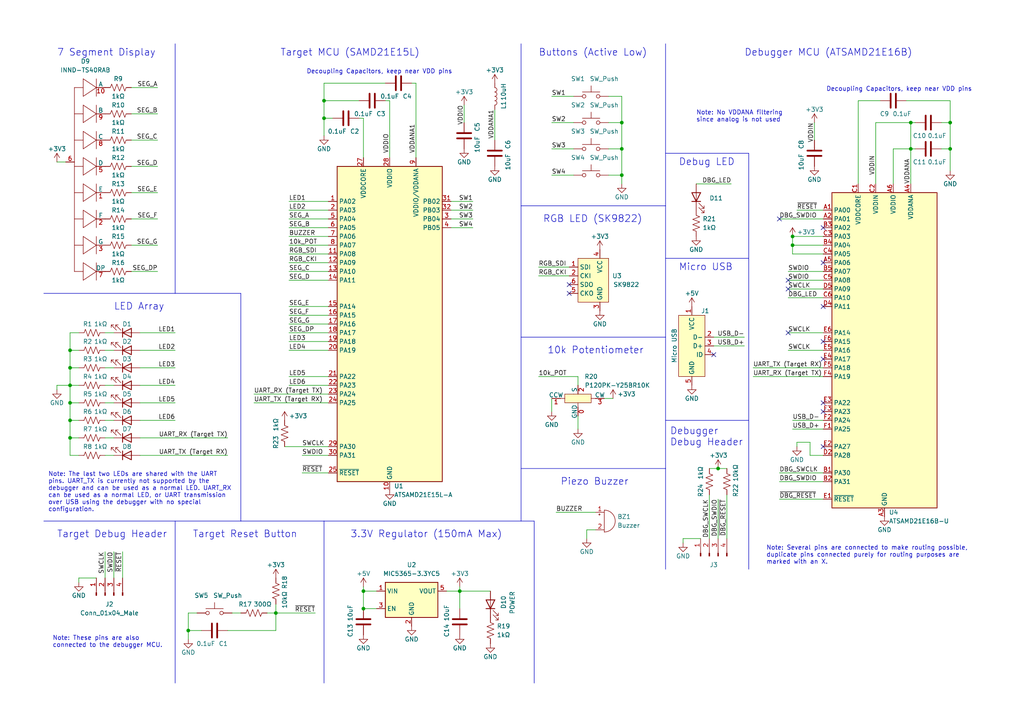
<source format=kicad_sch>
(kicad_sch (version 20230121) (generator eeschema)
  (paper "A4")
  (title_block (title "SAM D21 Playground") (date "2023-02-22") (rev "2.0") (company "Gregory Ling"))
  (lib_symbols
    (symbol "Connector:Conn_01x04_Male" (pin_names (offset 1.016) hide)
      (property "Reference" "J" (at 0 5.08 0))
      (property "Value" "Conn_01x04_Male" (at 0 -7.62 0))
      (symbol "Conn_01x04_Male_1_1"
        (pin passive line (at 5.08 2.54 180) (length 3.81) (name "Pin_1") (number "1"))
        (pin passive line (at 5.08 0 180) (length 3.81) (name "Pin_2") (number "2"))
        (pin passive line (at 5.08 -2.54 180) (length 3.81) (name "Pin_3") (number "3"))
        (pin passive line (at 5.08 -5.08 180) (length 3.81) (name "Pin_4") (number "4"))
      )
    )
    (symbol "CustomParts:ATSAMD21E16B-U"
      (property "Reference" "U4" (at 1.27 -46.99 0))
      (property "Value" "ATSAMD21E16B-U" (at 1.27 -49.53 0))
      (symbol "ATSAMD21E16B-U_1_1"
        (pin bidirectional line (at -17.78 40.64 0) (length 2.54) (name "PA00") (number "A1"))
        (pin bidirectional line (at -17.78 38.1 0) (length 2.54) (name "PA01") (number "A2"))
        (pin power_in line (at 0 -48.26 90) (length 2.54) (name "GND") (number "A3"))
        (pin power_in line (at 7.62 48.26 270) (length 2.54) (name "VDDANA") (number "A4"))
        (pin bidirectional line (at -17.78 25.4 0) (length 2.54) (name "PA06") (number "A5"))
        (pin power_in line (at 2.54 48.26 270) (length 2.54) (name "VDDIO") (number "A6"))
        (pin bidirectional line (at -17.78 -35.56 0) (length 2.54) (name "PA30") (number "B1"))
        (pin bidirectional line (at -17.78 -38.1 0) (length 2.54) (name "PA31") (number "B2"))
        (pin bidirectional line (at -17.78 35.56 0) (length 2.54) (name "PA02") (number "B3"))
        (pin bidirectional line (at -17.78 30.48 0) (length 2.54) (name "PA04") (number "B4"))
        (pin bidirectional line (at -17.78 22.86 0) (length 2.54) (name "PA07") (number "B5"))
        (pin power_out line (at -7.62 48.26 270) (length 2.54) (name "VDDCORE") (number "C1"))
        (pin power_in line (at -2.54 48.26 270) (length 2.54) (name "VDDIN") (number "C2"))
        (pin bidirectional line (at -17.78 33.02 0) (length 2.54) (name "PA03") (number "C3"))
        (pin bidirectional line (at -17.78 27.94 0) (length 2.54) (name "PA05") (number "C4"))
        (pin bidirectional line (at -17.78 20.32 0) (length 2.54) (name "PA08") (number "C5"))
        (pin bidirectional line (at -17.78 15.24 0) (length 2.54) (name "PA10") (number "C6"))
        (pin bidirectional line (at -17.78 -30.48 0) (length 2.54) (name "PA28") (number "D2"))
        (pin bidirectional line (at -17.78 12.7 0) (length 2.54) (name "PA11") (number "D4"))
        (pin bidirectional line (at -17.78 17.78 0) (length 2.54) (name "PA09") (number "D5"))
        (pin input line (at -17.78 -43.18 0) (length 2.54) (name "~{RESET}") (number "E1"))
        (pin bidirectional line (at -17.78 -27.94 0) (length 2.54) (name "PA27") (number "E2"))
        (pin bidirectional line (at -17.78 -15.24 0) (length 2.54) (name "PA22") (number "E3"))
        (pin bidirectional line (at -17.78 -2.54 0) (length 2.54) (name "PA17") (number "E4"))
        (pin bidirectional line (at -17.78 0 0) (length 2.54) (name "PA16") (number "E5"))
        (pin bidirectional line (at -17.78 5.08 0) (length 2.54) (name "PA14") (number "E6"))
        (pin bidirectional line (at -17.78 -22.86 0) (length 2.54) (name "PA25") (number "F1"))
        (pin bidirectional line (at -17.78 -20.32 0) (length 2.54) (name "PA24") (number "F2"))
        (pin bidirectional line (at -17.78 -17.78 0) (length 2.54) (name "PA23") (number "F3"))
        (pin bidirectional line (at -17.78 -7.62 0) (length 2.54) (name "PA19") (number "F4"))
        (pin bidirectional line (at -17.78 -5.08 0) (length 2.54) (name "PA18") (number "F5"))
        (pin bidirectional line (at -17.78 2.54 0) (length 2.54) (name "PA15") (number "F6"))
        (pin passive line (at 0 -48.26 90) (length 2.54) hide (name "GND") (number "G"))
      )
    )
    (symbol "CustomParts:INND-TS40RAB" (pin_names (offset 0))
      (property "Reference" "D?" (at -4.445 1.27 0))
      (property "Value" "INND-TS40RAB" (at -4.445 -1.27 0))
      (symbol "INND-TS40RAB_1_1"
        (pin passive line (at 1.27 -36.83 180) (length 2.54) (name "E") (number "1"))
        (pin passive line (at 1.27 -6.35 180) (length 2.54) (name "A") (number "10"))
        (pin passive line (at 1.27 -44.45 180) (length 2.54) (name "F") (number "2"))
        (pin passive line (at 1.27 -52.07 180) (length 2.54) (name "G") (number "3"))
        (pin passive line (at 1.27 -29.21 180) (length 2.54) (name "D") (number "5"))
        (pin passive line (at -10.16 -27.94 0) (length 2.54) (name "") (number "6"))
        (pin passive line (at 1.27 -59.69 180) (length 2.54) (name "DP") (number "7"))
        (pin passive line (at 1.27 -21.59 180) (length 2.54) (name "C") (number "8"))
        (pin passive line (at 1.27 -13.97 180) (length 2.54) (name "B") (number "9"))
      )
    )
    (symbol "CustomParts:Micro USB"
      (property "Reference" "J1" (at -5.08 -10.1599 0))
      (property "Value" "Micro USB" (at -5.08 -12.6999 0))
      (symbol "Micro USB_1_1"
        (pin power_out line (at 0 0 270) (length 2.54) (name "VCC") (number "1"))
        (pin passive line (at 6.35 -8.89 180) (length 2.54) (name "D-") (number "2"))
        (pin passive line (at 6.35 -11.43 180) (length 2.54) (name "D+") (number "3"))
        (pin passive line (at 6.35 -13.97 180) (length 2.54) (name "ID") (number "4"))
        (pin power_out line (at 0 -22.86 90) (length 2.54) (name "GND") (number "5"))
      )
    )
    (symbol "CustomParts:P120PK-Y25BR10K" (pin_names (offset 0))
      (property "Reference" "R?" (at 1.27 -11.43 0))
      (property "Value" "P120PK-Y25BR10K" (at 1.27 -13.97 0))
      (symbol "P120PK-Y25BR10K_1_1"
        (pin passive line (at 0 -10.16 90) (length 2.54) (name "GND") (number "0"))
        (pin passive line (at -7.62 -5.08 0) (length 2.54) (name "CCW") (number "1"))
        (pin passive line (at 0 -1.27 270) (length 2.54) (name "S") (number "2"))
        (pin passive line (at 7.62 -5.08 180) (length 2.54) (name "CW") (number "3"))
      )
    )
    (symbol "CustomParts:SK9822"
      (property "Reference" "U3" (at 5.08 1.27 0))
      (property "Value" "SK9822" (at 10.16 -1.27 0))
      (symbol "SK9822_1_1"
        (pin passive line (at -10.16 3.81 0) (length 2.54) (name "SDI") (number "1"))
        (pin passive line (at -10.16 1.27 0) (length 2.54) (name "CKI") (number "2"))
        (pin passive line (at -1.27 -8.89 90) (length 2.54) (name "GND") (number "3"))
        (pin passive line (at -1.27 8.89 270) (length 2.54) (name "VCC") (number "4"))
        (pin passive line (at -10.16 -3.81 0) (length 2.54) (name "CKO") (number "5"))
        (pin passive line (at -10.16 -1.27 0) (length 2.54) (name "SDO") (number "6"))
      )
    )
    (symbol "Device:Buzzer" (pin_names (offset 0.0254) hide)
      (property "Reference" "BZ" (at 3.81 1.27 0))
      (property "Value" "Buzzer" (at 3.81 -1.27 0))
      (symbol "Buzzer_1_1"
        (pin passive line (at -2.54 2.54 0) (length 2.54) (name "-") (number "1"))
        (pin passive line (at -2.54 -2.54 0) (length 2.54) (name "+") (number "2"))
      )
    )
    (symbol "Device:C" (pin_numbers hide) (pin_names (offset 0.254))
      (property "Reference" "C" (at 0.635 2.54 0))
      (property "Value" "C" (at 0.635 -2.54 0))
      (symbol "C_1_1"
        (pin passive line (at 0 3.81 270) (length 2.794) (name "~") (number "1"))
        (pin passive line (at 0 -3.81 90) (length 2.794) (name "~") (number "2"))
      )
    )
    (symbol "Device:L" (pin_numbers hide) (pin_names (offset 1.016) hide)
      (property "Reference" "L" (at -1.27 0 90))
      (property "Value" "L" (at 1.905 0 90))
      (symbol "L_1_1"
        (pin passive line (at 0 3.81 270) (length 1.27) (name "1") (number "1"))
        (pin passive line (at 0 -3.81 90) (length 1.27) (name "2") (number "2"))
      )
    )
    (symbol "Device:LED" (pin_numbers hide) (pin_names (offset 1.016) hide)
      (property "Reference" "D" (at 0 2.54 0))
      (property "Value" "LED" (at 0 -2.54 0))
      (symbol "LED_1_1"
        (pin passive line (at -3.81 0 0) (length 2.54) (name "K") (number "1"))
        (pin passive line (at 3.81 0 180) (length 2.54) (name "A") (number "2"))
      )
    )
    (symbol "Device:R_US" (pin_numbers hide) (pin_names (offset 0))
      (property "Reference" "R" (at 2.54 0 90))
      (property "Value" "R_US" (at -2.54 0 90))
      (symbol "R_US_1_1"
        (pin passive line (at 0 3.81 270) (length 1.27) (name "~") (number "1"))
        (pin passive line (at 0 -3.81 90) (length 1.27) (name "~") (number "2"))
      )
    )
    (symbol "MCU_Microchip_SAMD:ATSAMD21E15L-A"
      (property "Reference" "U" (at 0 2.54 0))
      (property "Value" "ATSAMD21E15L-A" (at 0 -2.54 0))
      (symbol "ATSAMD21E15L-A_1_1"
        (pin bidirectional line (at -17.78 35.56 0) (length 2.54) (name "PA02") (number "1"))
        (pin power_in line (at 0 -48.26 90) (length 2.54) (name "GND") (number "10"))
        (pin bidirectional line (at -17.78 20.32 0) (length 2.54) (name "PA08") (number "11"))
        (pin bidirectional line (at -17.78 17.78 0) (length 2.54) (name "PA09") (number "12"))
        (pin bidirectional line (at -17.78 15.24 0) (length 2.54) (name "PA10") (number "13"))
        (pin bidirectional line (at -17.78 12.7 0) (length 2.54) (name "PA11") (number "14"))
        (pin bidirectional line (at -17.78 5.08 0) (length 2.54) (name "PA14") (number "15"))
        (pin bidirectional line (at -17.78 2.54 0) (length 2.54) (name "PA15") (number "16"))
        (pin bidirectional line (at -17.78 0 0) (length 2.54) (name "PA16") (number "17"))
        (pin bidirectional line (at -17.78 -2.54 0) (length 2.54) (name "PA17") (number "18"))
        (pin bidirectional line (at -17.78 -5.08 0) (length 2.54) (name "PA18") (number "19"))
        (pin bidirectional line (at -17.78 33.02 0) (length 2.54) (name "PA03") (number "2"))
        (pin bidirectional line (at -17.78 -7.62 0) (length 2.54) (name "PA19") (number "20"))
        (pin bidirectional line (at -17.78 -15.24 0) (length 2.54) (name "PA22") (number "21"))
        (pin bidirectional line (at -17.78 -17.78 0) (length 2.54) (name "PA23") (number "22"))
        (pin bidirectional line (at -17.78 -20.32 0) (length 2.54) (name "PA24") (number "23"))
        (pin bidirectional line (at -17.78 -22.86 0) (length 2.54) (name "PA25") (number "24"))
        (pin input line (at -17.78 -43.18 0) (length 2.54) (name "~{RESET}") (number "25"))
        (pin passive line (at 0 -48.26 90) (length 2.54) hide (name "GND") (number "26"))
        (pin power_out line (at -7.62 48.26 270) (length 2.54) (name "VDDCORE") (number "27"))
        (pin power_in line (at 0 48.26 270) (length 2.54) (name "VDDIO") (number "28"))
        (pin bidirectional line (at -17.78 -35.56 0) (length 2.54) (name "PA30") (number "29"))
        (pin bidirectional line (at 17.78 30.48 180) (length 2.54) (name "PB04") (number "3"))
        (pin bidirectional line (at -17.78 -38.1 0) (length 2.54) (name "PA31") (number "30"))
        (pin bidirectional line (at 17.78 35.56 180) (length 2.54) (name "PB02") (number "31"))
        (pin bidirectional line (at 17.78 33.02 180) (length 2.54) (name "PB03") (number "32"))
        (pin bidirectional line (at 17.78 27.94 180) (length 2.54) (name "PB05") (number "4"))
        (pin bidirectional line (at -17.78 30.48 0) (length 2.54) (name "PA04") (number "5"))
        (pin bidirectional line (at -17.78 27.94 0) (length 2.54) (name "PA05") (number "6"))
        (pin bidirectional line (at -17.78 25.4 0) (length 2.54) (name "PA06") (number "7"))
        (pin bidirectional line (at -17.78 22.86 0) (length 2.54) (name "PA07") (number "8"))
        (pin power_in line (at 7.62 48.26 270) (length 2.54) (name "VDDIO/VDDANA") (number "9"))
      )
    )
    (symbol "Regulator_Linear:MIC5365-3.3YC5"
      (property "Reference" "U" (at -6.35 6.35 0))
      (property "Value" "MIC5365-3.3YC5" (at 0 6.35 0))
      (symbol "MIC5365-3.3YC5_1_1"
        (pin power_in line (at -10.16 2.54 0) (length 2.54) (name "VIN") (number "1"))
        (pin power_in line (at 0 -7.62 90) (length 2.54) (name "GND") (number "2"))
        (pin input line (at -10.16 -2.54 0) (length 2.54) (name "EN") (number "3"))
        (pin no_connect line (at 7.62 -2.54 180) (length 2.54) hide (name "NC") (number "4"))
        (pin power_out line (at 10.16 2.54 180) (length 2.54) (name "VOUT") (number "5"))
      )
    )
    (symbol "Switch:SW_Push" (pin_numbers hide) (pin_names (offset 1.016) hide)
      (property "Reference" "SW" (at 1.27 2.54 0))
      (property "Value" "SW_Push" (at 0 -1.524 0))
      (symbol "SW_Push_0_1"
        (pin passive line (at -5.08 0 0) (length 2.54) (name "1") (number "1"))
        (pin passive line (at 5.08 0 180) (length 2.54) (name "2") (number "2"))
      )
    )
    (symbol "power:+3.3V" (power) (pin_names (offset 0))
      (property "Value" "+3.3V" (at 0 3.556 0))
      (symbol "+3.3V_1_1"
        (pin power_in line (at 0 0 90) (length 0) hide (name "+3V3") (number "1"))
      )
    )
    (symbol "power:+5V" (power) (pin_names (offset 0))
      (property "Value" "+5V" (at 0 3.556 0))
      (symbol "+5V_1_1"
        (pin power_in line (at 0 0 90) (length 0) hide (name "+5V") (number "1"))
      )
    )
    (symbol "power:GND" (power) (pin_names (offset 0))
      (property "Value" "GND" (at 0 -3.81 0))
      (symbol "GND_1_1"
        (pin power_in line (at 0 0 270) (length 0) hide (name "GND") (number "1"))
      )
    )
  )
  (junction (at 180.34 50.8))
  (junction (at 20.32 121.92))
  (junction (at 93.98 29.21))
  (junction (at 20.32 101.6))
  (junction (at 180.34 35.56))
  (junction (at 229.87 71.12))
  (junction (at 180.34 43.18))
  (junction (at 20.32 111.76))
  (junction (at 105.41 171.45))
  (junction (at 133.35 171.45))
  (junction (at 54.61 182.88))
  (junction (at 229.87 68.58))
  (junction (at 20.32 106.68))
  (junction (at 275.59 35.56))
  (junction (at 80.01 177.8))
  (junction (at 105.41 176.53))
  (junction (at 93.98 34.29))
  (junction (at 264.16 35.56))
  (junction (at 20.32 116.84))
  (junction (at 275.59 43.18))
  (junction (at 20.32 127))
  (junction (at 208.28 135.89))
  (junction (at 264.16 43.18))
  (no_connect (at 238.76 129.54))
  (no_connect (at 238.76 116.84))
  (no_connect (at 238.76 119.38))
  (no_connect (at 238.76 66.04))
  (no_connect (at 238.76 88.9))
  (no_connect (at 238.76 99.06))
  (no_connect (at 238.76 76.2))
  (no_connect (at 165.1 85.09))
  (no_connect (at 228.6 96.52))
  (no_connect (at 228.6 81.28))
  (no_connect (at 228.6 83.82))
  (no_connect (at 226.06 63.5))
  (no_connect (at 165.1 82.55))
  (no_connect (at 207.01 102.87))
  (no_connect (at 238.76 104.14))
  (polyline (pts (xy 50.8 151.13) (xy 50.8 198.12)))
  (wire (pts (xy 22.86 167.64) (xy 22.86 168.91)))
  (polyline (pts (xy 12.7 151.13) (xy 69.85 151.13)))
  (wire (pts (xy 33.02 116.84) (xy 30.48 116.84)))
  (wire (pts (xy 20.32 127) (xy 20.32 121.92)))
  (wire (pts (xy 57.15 177.8) (xy 54.61 177.8)))
  (wire (pts (xy 83.82 73.66) (xy 95.25 73.66)))
  (wire (pts (xy 254 53.34) (xy 254 35.56)))
  (wire (pts (xy 109.22 171.45) (xy 105.41 171.45)))
  (polyline (pts (xy 93.98 151.13) (xy 93.98 198.12)))
  (wire (pts (xy 105.41 34.29) (xy 105.41 45.72)))
  (wire (pts (xy 27.94 167.64) (xy 22.86 167.64)))
  (wire (pts (xy 228.6 83.82) (xy 238.76 83.82)))
  (wire (pts (xy 226.06 137.16) (xy 238.76 137.16)))
  (wire (pts (xy 40.64 106.68) (xy 50.8 106.68)))
  (polyline (pts (xy 217.17 74.93) (xy 217.17 121.92)))
  (wire (pts (xy 203.2 156.21) (xy 198.12 156.21)))
  (polyline (pts (xy 217.17 121.92) (xy 193.04 121.92)))
  (wire (pts (xy 20.32 101.6) (xy 22.86 101.6)))
  (wire (pts (xy 210.82 143.51) (xy 210.82 156.21)))
  (wire (pts (xy 40.64 116.84) (xy 50.8 116.84)))
  (wire (pts (xy 38.1 40.64) (xy 45.72 40.64)))
  (wire (pts (xy 40.64 121.92) (xy 50.8 121.92)))
  (wire (pts (xy 83.82 93.98) (xy 95.25 93.98)))
  (wire (pts (xy 231.14 60.96) (xy 238.76 60.96)))
  (wire (pts (xy 175.26 115.57) (xy 177.8 115.57)))
  (wire (pts (xy 20.32 111.76) (xy 16.51 111.76)))
  (wire (pts (xy 20.32 111.76) (xy 20.32 106.68)))
  (wire (pts (xy 229.87 121.92) (xy 238.76 121.92)))
  (wire (pts (xy 80.01 175.26) (xy 80.01 177.8)))
  (wire (pts (xy 172.72 153.67) (xy 170.18 153.67)))
  (wire (pts (xy 130.81 60.96) (xy 137.16 60.96)))
  (polyline (pts (xy 193.04 97.79) (xy 193.04 135.89)))
  (wire (pts (xy 77.47 177.8) (xy 80.01 177.8)))
  (wire (pts (xy 120.65 24.13) (xy 120.65 45.72)))
  (polyline (pts (xy 193.04 59.69) (xy 193.04 97.79)))
  (wire (pts (xy 167.64 109.22) (xy 167.64 111.76)))
  (wire (pts (xy 208.28 144.78) (xy 208.28 156.21)))
  (wire (pts (xy 176.53 35.56) (xy 180.34 35.56)))
  (wire (pts (xy 83.82 96.52) (xy 95.25 96.52)))
  (wire (pts (xy 38.1 78.74) (xy 45.72 78.74)))
  (wire (pts (xy 109.22 176.53) (xy 105.41 176.53)))
  (wire (pts (xy 248.92 29.21) (xy 248.92 53.34)))
  (wire (pts (xy 83.82 99.06) (xy 95.25 99.06)))
  (polyline (pts (xy 193.04 74.93) (xy 217.17 74.93)))
  (wire (pts (xy 113.03 29.21) (xy 113.03 45.72)))
  (wire (pts (xy 262.89 29.21) (xy 275.59 29.21)))
  (wire (pts (xy 275.59 29.21) (xy 275.59 35.56)))
  (wire (pts (xy 93.98 24.13) (xy 93.98 29.21)))
  (wire (pts (xy 176.53 50.8) (xy 180.34 50.8)))
  (wire (pts (xy 69.85 177.8) (xy 67.31 177.8)))
  (wire (pts (xy 83.82 60.96) (xy 95.25 60.96)))
  (wire (pts (xy 105.41 176.53) (xy 105.41 171.45)))
  (wire (pts (xy 226.06 139.7) (xy 238.76 139.7)))
  (wire (pts (xy 156.21 80.01) (xy 165.1 80.01)))
  (wire (pts (xy 273.05 43.18) (xy 275.59 43.18)))
  (wire (pts (xy 238.76 132.08) (xy 234.95 132.08)))
  (wire (pts (xy 228.6 101.6) (xy 238.76 101.6)))
  (wire (pts (xy 104.14 34.29) (xy 105.41 34.29)))
  (wire (pts (xy 40.64 111.76) (xy 50.8 111.76)))
  (wire (pts (xy 119.38 24.13) (xy 120.65 24.13)))
  (wire (pts (xy 133.35 171.45) (xy 133.35 176.53)))
  (wire (pts (xy 38.1 55.88) (xy 45.72 55.88)))
  (wire (pts (xy 229.87 68.58) (xy 238.76 68.58)))
  (wire (pts (xy 80.01 177.8) (xy 91.44 177.8)))
  (wire (pts (xy 83.82 68.58) (xy 95.25 68.58)))
  (wire (pts (xy 218.44 109.22) (xy 238.76 109.22)))
  (wire (pts (xy 208.28 135.89) (xy 210.82 135.89)))
  (wire (pts (xy 20.32 132.08) (xy 20.32 127)))
  (wire (pts (xy 229.87 71.12) (xy 238.76 71.12)))
  (wire (pts (xy 156.21 77.47) (xy 165.1 77.47)))
  (wire (pts (xy 66.04 132.08) (xy 40.64 132.08)))
  (wire (pts (xy 33.02 127) (xy 30.48 127)))
  (wire (pts (xy 83.82 81.28) (xy 95.25 81.28)))
  (wire (pts (xy 93.98 29.21) (xy 93.98 34.29)))
  (wire (pts (xy 83.82 88.9) (xy 95.25 88.9)))
  (wire (pts (xy 170.18 153.67) (xy 170.18 156.21)))
  (wire (pts (xy 176.53 27.94) (xy 180.34 27.94)))
  (polyline (pts (xy 151.13 97.79) (xy 193.04 97.79)))
  (wire (pts (xy 160.02 115.57) (xy 160.02 119.38)))
  (wire (pts (xy 142.24 171.45) (xy 133.35 171.45)))
  (wire (pts (xy 83.82 111.76) (xy 95.25 111.76)))
  (wire (pts (xy 212.09 53.34) (xy 201.93 53.34)))
  (wire (pts (xy 275.59 43.18) (xy 275.59 49.53)))
  (wire (pts (xy 205.74 143.51) (xy 205.74 156.21)))
  (wire (pts (xy 134.62 30.48) (xy 134.62 35.56)))
  (polyline (pts (xy 50.8 12.7) (xy 50.8 85.09)))
  (wire (pts (xy 83.82 101.6) (xy 95.25 101.6)))
  (wire (pts (xy 20.32 106.68) (xy 22.86 106.68)))
  (wire (pts (xy 160.02 35.56) (xy 166.37 35.56)))
  (wire (pts (xy 83.82 66.04) (xy 95.25 66.04)))
  (wire (pts (xy 205.74 135.89) (xy 208.28 135.89)))
  (wire (pts (xy 35.56 160.02) (xy 35.56 167.64)))
  (wire (pts (xy 111.76 29.21) (xy 113.03 29.21)))
  (wire (pts (xy 229.87 71.12) (xy 229.87 73.66)))
  (wire (pts (xy 38.1 48.26) (xy 45.72 48.26)))
  (wire (pts (xy 215.9 100.33) (xy 207.01 100.33)))
  (wire (pts (xy 160.02 50.8) (xy 166.37 50.8)))
  (wire (pts (xy 38.1 25.4) (xy 45.72 25.4)))
  (wire (pts (xy 228.6 81.28) (xy 238.76 81.28)))
  (wire (pts (xy 83.82 109.22) (xy 95.25 109.22)))
  (wire (pts (xy 33.02 106.68) (xy 30.48 106.68)))
  (wire (pts (xy 129.54 171.45) (xy 133.35 171.45)))
  (wire (pts (xy 16.51 46.99) (xy 19.05 46.99)))
  (wire (pts (xy 33.02 101.6) (xy 30.48 101.6)))
  (polyline (pts (xy 69.85 151.13) (xy 69.85 85.09)))
  (wire (pts (xy 130.81 58.42) (xy 137.16 58.42)))
  (wire (pts (xy 259.08 43.18) (xy 259.08 53.34)))
  (polyline (pts (xy 217.17 44.45) (xy 193.04 44.45)))
  (wire (pts (xy 73.66 114.3) (xy 95.25 114.3)))
  (wire (pts (xy 259.08 43.18) (xy 264.16 43.18)))
  (wire (pts (xy 275.59 35.56) (xy 275.59 43.18)))
  (wire (pts (xy 83.82 63.5) (xy 95.25 63.5)))
  (wire (pts (xy 226.06 63.5) (xy 238.76 63.5)))
  (wire (pts (xy 180.34 43.18) (xy 180.34 50.8)))
  (wire (pts (xy 167.64 120.65) (xy 167.64 124.46)))
  (wire (pts (xy 82.55 129.54) (xy 95.25 129.54)))
  (wire (pts (xy 160.02 43.18) (xy 166.37 43.18)))
  (wire (pts (xy 176.53 43.18) (xy 180.34 43.18)))
  (polyline (pts (xy 193.04 135.89) (xy 193.04 165.1)))
  (wire (pts (xy 255.27 29.21) (xy 248.92 29.21)))
  (wire (pts (xy 143.51 31.75) (xy 143.51 40.64)))
  (wire (pts (xy 229.87 124.46) (xy 238.76 124.46)))
  (wire (pts (xy 33.02 132.08) (xy 30.48 132.08)))
  (polyline (pts (xy 151.13 12.7) (xy 151.13 151.13)))
  (wire (pts (xy 111.76 24.13) (xy 93.98 24.13)))
  (wire (pts (xy 20.32 116.84) (xy 22.86 116.84)))
  (wire (pts (xy 20.32 121.92) (xy 22.86 121.92)))
  (wire (pts (xy 180.34 35.56) (xy 180.34 43.18)))
  (wire (pts (xy 93.98 39.37) (xy 93.98 34.29)))
  (wire (pts (xy 87.63 137.16) (xy 95.25 137.16)))
  (wire (pts (xy 80.01 182.88) (xy 80.01 177.8)))
  (polyline (pts (xy 69.85 85.09) (xy 50.8 85.09)))
  (wire (pts (xy 234.95 132.08) (xy 234.95 128.27)))
  (wire (pts (xy 105.41 171.45) (xy 105.41 170.18)))
  (polyline (pts (xy 217.17 74.93) (xy 217.17 44.45)))
  (wire (pts (xy 264.16 35.56) (xy 265.43 35.56)))
  (wire (pts (xy 160.02 27.94) (xy 166.37 27.94)))
  (wire (pts (xy 83.82 71.12) (xy 95.25 71.12)))
  (wire (pts (xy 273.05 35.56) (xy 275.59 35.56)))
  (wire (pts (xy 54.61 182.88) (xy 58.42 182.88)))
  (wire (pts (xy 83.82 91.44) (xy 95.25 91.44)))
  (wire (pts (xy 20.32 116.84) (xy 20.32 111.76)))
  (wire (pts (xy 236.22 35.56) (xy 236.22 40.64)))
  (wire (pts (xy 215.9 97.79) (xy 207.01 97.79)))
  (wire (pts (xy 40.64 101.6) (xy 50.8 101.6)))
  (polyline (pts (xy 12.7 85.09) (xy 50.8 85.09)))
  (wire (pts (xy 231.14 128.27) (xy 231.14 129.54)))
  (polyline (pts (xy 154.94 151.13) (xy 154.94 198.12)))
  (wire (pts (xy 33.02 160.02) (xy 33.02 167.64)))
  (wire (pts (xy 38.1 33.02) (xy 45.72 33.02)))
  (wire (pts (xy 130.81 63.5) (xy 137.16 63.5)))
  (wire (pts (xy 254 35.56) (xy 264.16 35.56)))
  (wire (pts (xy 38.1 71.12) (xy 45.72 71.12)))
  (wire (pts (xy 20.32 101.6) (xy 20.32 96.52)))
  (wire (pts (xy 156.21 109.22) (xy 167.64 109.22)))
  (wire (pts (xy 20.32 121.92) (xy 20.32 116.84)))
  (wire (pts (xy 20.32 111.76) (xy 22.86 111.76)))
  (wire (pts (xy 66.04 127) (xy 40.64 127)))
  (wire (pts (xy 229.87 68.58) (xy 229.87 71.12)))
  (wire (pts (xy 16.51 111.76) (xy 16.51 113.03)))
  (wire (pts (xy 264.16 43.18) (xy 265.43 43.18)))
  (wire (pts (xy 33.02 96.52) (xy 30.48 96.52)))
  (wire (pts (xy 83.82 58.42) (xy 95.25 58.42)))
  (wire (pts (xy 228.6 96.52) (xy 238.76 96.52)))
  (wire (pts (xy 104.14 29.21) (xy 93.98 29.21)))
  (wire (pts (xy 226.06 144.78) (xy 238.76 144.78)))
  (wire (pts (xy 130.81 66.04) (xy 137.16 66.04)))
  (wire (pts (xy 180.34 27.94) (xy 180.34 35.56)))
  (polyline (pts (xy 193.04 12.7) (xy 193.04 59.69)))
  (wire (pts (xy 30.48 160.02) (xy 30.48 167.64)))
  (wire (pts (xy 20.32 96.52) (xy 22.86 96.52)))
  (wire (pts (xy 40.64 96.52) (xy 50.8 96.52)))
  (wire (pts (xy 54.61 177.8) (xy 54.61 182.88)))
  (wire (pts (xy 22.86 132.08) (xy 20.32 132.08)))
  (wire (pts (xy 264.16 35.56) (xy 264.16 43.18)))
  (wire (pts (xy 228.6 78.74) (xy 238.76 78.74)))
  (wire (pts (xy 93.98 34.29) (xy 96.52 34.29)))
  (polyline (pts (xy 151.13 59.69) (xy 193.04 59.69)))
  (wire (pts (xy 38.1 63.5) (xy 45.72 63.5)))
  (wire (pts (xy 228.6 86.36) (xy 238.76 86.36)))
  (wire (pts (xy 229.87 73.66) (xy 238.76 73.66)))
  (wire (pts (xy 20.32 127) (xy 22.86 127)))
  (wire (pts (xy 180.34 50.8) (xy 180.34 53.34)))
  (polyline (pts (xy 93.98 151.13) (xy 154.94 151.13)))
  (wire (pts (xy 66.04 182.88) (xy 80.01 182.88)))
  (wire (pts (xy 264.16 43.18) (xy 264.16 53.34)))
  (polyline (pts (xy 217.17 121.92) (xy 217.17 165.1)))
  (wire (pts (xy 83.82 78.74) (xy 95.25 78.74)))
  (polyline (pts (xy 69.85 151.13) (xy 93.98 151.13)))
  (wire (pts (xy 83.82 76.2) (xy 95.25 76.2)))
  (wire (pts (xy 20.32 106.68) (xy 20.32 101.6)))
  (wire (pts (xy 54.61 182.88) (xy 54.61 185.42)))
  (wire (pts (xy 33.02 111.76) (xy 30.48 111.76)))
  (wire (pts (xy 234.95 128.27) (xy 231.14 128.27)))
  (wire (pts (xy 133.35 171.45) (xy 133.35 170.18)))
  (wire (pts (xy 33.02 121.92) (xy 30.48 121.92)))
  (wire (pts (xy 73.66 116.84) (xy 95.25 116.84)))
  (wire (pts (xy 218.44 106.68) (xy 238.76 106.68)))
  (polyline (pts (xy 151.13 135.89) (xy 193.04 135.89)))
  (wire (pts (xy 198.12 156.21) (xy 198.12 157.48)))
  (wire (pts (xy 161.29 148.59) (xy 172.72 148.59)))
  (wire (pts (xy 87.63 132.08) (xy 95.25 132.08)))
  (text "3.3V Regulator (150mA Max)" (at 101.6 156.21 0) (effects (font (size 2 2)) (justify left bottom)))
  (text "Target MCU (SAMD21E15L)" (at 81.28 16.51 0) (effects (font (size 2 2)) (justify left bottom)))
  (text "Note: The last two LEDs are shared with the UART \npins. UART_TX is currently not supported by the \ndebugger and can be used as a normal LED. UART_RX \ncan be used as a normal LED, or UART transmission \nover USB using the debugger with no special \nconfiguration." (at 13.97 148.59 0) (effects (font (size 1.27 1.27)) (justify left bottom)))
  (text "Note: Several pins are connected to make routing possible, \nduplicate pins connected purely for routing purposes are\nmarked with an X." (at 222.25 163.83 0) (effects (font (size 1.27 1.27)) (justify left bottom)))
  (text "Micro USB" (at 196.85 78.74 0) (effects (font (size 2 2)) (justify left bottom)))
  (text "Debugger MCU (ATSAMD21E16B)" (at 215.9 16.51 0) (effects (font (size 2 2)) (justify left bottom)))
  (text "Target Debug Header" (at 16.51 156.21 0) (effects (font (size 2 2)) (justify left bottom)))
  (text "Decoupling Capacitors, keep near VDD pins" (at 281.94 26.67 0) (effects (font (size 1.27 1.27)) (justify right bottom)))
  (text "Debug LED\n" (at 196.85 48.26 0) (effects (font (size 2 2)) (justify left bottom)))
  (text "LED Array" (at 33.02 90.17 0) (effects (font (size 2 2)) (justify left bottom)))
  (text "Piezo Buzzer" (at 162.56 140.97 0) (effects (font (size 2 2)) (justify left bottom)))
  (text "Debugger\nDebug Header" (at 194.31 129.54 0) (effects (font (size 2 2)) (justify left bottom)))
  (text "Decoupling Capacitors, keep near VDD pins" (at 88.9 21.59 0) (effects (font (size 1.27 1.27)) (justify left bottom)))
  (text "RGB LED (SK9822)" (at 157.48 64.77 0) (effects (font (size 2 2)) (justify left bottom)))
  (text "Note: These pins are also \nconnected to the debugger MCU." (at 15.24 187.96 0) (effects (font (size 1.27 1.27)) (justify left bottom)))
  (text "10k Potentiometer" (at 158.75 102.87 0) (effects (font (size 2 2)) (justify left bottom)))
  (text "Buttons (Active Low)" (at 156.21 16.51 0) (effects (font (size 2 2)) (justify left bottom)))
  (text "7 Segment Display" (at 16.51 16.51 0) (effects (font (size 2 2)) (justify left bottom)))
  (text "Target Reset Button" (at 55.88 156.21 0) (effects (font (size 2 2)) (justify left bottom)))
  (text "Note: No VDDANA filtering\nsince analog is not used" (at 201.93 35.56 0) (effects (font (size 1.27 1.27)) (justify left bottom)))
  (label "LED2" (at 50.8 101.6 180))
  (label "SEG_A" (at 45.72 25.4 180))
  (label "LED3" (at 83.82 99.06 0))
  (label "SEG_E" (at 83.82 88.9 0))
  (label "SWDIO" (at 33.02 160.02 270))
  (label "SEG_E" (at 45.72 55.88 180))
  (label "SW1" (at 137.16 58.42 180))
  (label "VDDIN" (at 254 50.8 90))
  (label "SW4" (at 137.16 66.04 180))
  (label "LED5" (at 83.82 109.22 0))
  (label "SEG_F" (at 45.72 63.5 180))
  (label "LED6" (at 83.82 111.76 0))
  (label "UART_TX (Target RX)" (at 218.44 106.68 0))
  (label "SEG_D" (at 45.72 48.26 180))
  (label "SEG_B" (at 83.82 66.04 0))
  (label "RGB_CKI" (at 83.82 76.2 0))
  (label "DBG_SWDIO" (at 226.06 63.5 0))
  (label "SWDIO" (at 228.6 81.28 0))
  (label "VDDANA1" (at 143.51 31.75 270))
  (label "USB_D+" (at 229.87 124.46 0))
  (label "SW3" (at 160.02 43.18 0))
  (label "10k_POT" (at 156.21 109.22 0))
  (label "SW2" (at 160.02 35.56 0))
  (label "DBG_SWCLK" (at 205.74 144.78 270))
  (label "SEG_C" (at 83.82 78.74 0))
  (label "LED5" (at 50.8 116.84 180))
  (label "DBG_SWDIO" (at 226.06 139.7 0))
  (label "10k_POT" (at 83.82 71.12 0))
  (label "BUZZER" (at 83.82 68.58 0))
  (label "DBG_LED" (at 212.09 53.34 180))
  (label "SEG_D" (at 83.82 81.28 0))
  (label "USB_D-" (at 229.87 121.92 0))
  (label "DBG_SWCLK" (at 226.06 137.16 0))
  (label "LED4" (at 50.8 111.76 180))
  (label "SW4" (at 160.02 50.8 0))
  (label "RGB_SDI" (at 156.21 77.47 0))
  (label "SWCLK" (at 228.6 101.6 0))
  (label "~{RESET}" (at 91.44 177.8 180))
  (label "SEG_F" (at 83.82 91.44 0))
  (label "SEG_DP" (at 45.72 78.74 180))
  (label "UART_RX (Target TX)" (at 66.04 127 180))
  (label "SW2" (at 137.16 60.96 180))
  (label "SWDIO" (at 228.6 78.74 0))
  (label "~{RESET}" (at 35.56 160.02 270))
  (label "VDDANA" (at 264.16 53.34 90))
  (label "UART_TX (Target RX)" (at 66.04 132.08 180))
  (label "UART_TX (Target RX)" (at 73.66 116.84 0))
  (label "LED2" (at 83.82 60.96 0))
  (label "SW1" (at 160.02 27.94 0))
  (label "VDDANA1" (at 120.65 44.45 90))
  (label "SEG_G" (at 45.72 71.12 180))
  (label "RGB_SDI" (at 83.82 73.66 0))
  (label "BUZZER" (at 161.29 148.59 0))
  (label "UART_RX (Target TX)" (at 73.66 114.3 0))
  (label "~{RESET}" (at 87.63 137.16 0))
  (label "SWCLK" (at 87.63 129.54 0))
  (label "DBG_LED" (at 228.6 86.36 0))
  (label "SWCLK" (at 228.6 96.52 0))
  (label "VDDIN" (at 236.22 35.56 270))
  (label "USB_D+" (at 215.9 100.33 180))
  (label "~{DBG_RESET}" (at 210.82 144.78 270))
  (label "LED3" (at 50.8 106.68 180))
  (label "LED1" (at 83.82 58.42 0))
  (label "SWDIO" (at 87.63 132.08 0))
  (label "LED1" (at 50.8 96.52 180))
  (label "LED4" (at 83.82 101.6 0))
  (label "VDDIO" (at 134.62 30.48 270))
  (label "USB_D-" (at 215.9 97.79 180))
  (label "~{DBG_RESET}" (at 226.06 144.78 0))
  (label "VDDIO" (at 113.03 44.45 90))
  (label "SEG_G" (at 83.82 93.98 0))
  (label "SWCLK" (at 228.6 83.82 0))
  (label "RGB_CKI" (at 156.21 80.01 0))
  (label "SEG_A" (at 83.82 63.5 0))
  (label "SW3" (at 137.16 63.5 180))
  (label "UART_RX (Target TX)" (at 218.44 109.22 0))
  (label "SEG_B" (at 45.72 33.02 180))
  (label "LED6" (at 50.8 121.92 180))
  (label "SEG_C" (at 45.72 40.64 180))
  (label "~{RESET}" (at 231.14 60.96 0))
  (label "DBG_SWDIO" (at 208.28 144.78 270))
  (label "SWCLK" (at 30.48 160.02 270))
  (label "SEG_DP" (at 83.82 96.52 0))
  (symbol (lib_id "power:+3.3V") (at 143.51 24.13 0) (unit 1)
    (property "Reference" "#PWR020" (effects hide))
    (property "Value" "+3.3V" (at 143.51 20.32 0))
  )
  (symbol (lib_id "CustomParts:Micro USB") (at 200.66 88.9 0) (unit 1)
    (property "Reference" "J1" (at 205.74 90.17 0) (effects (justify right)))
    (property "Value" "Micro USB" (at 195.58 95.25 90) (effects (justify right)))
    (property "Footprint" "CustomParts:MCR-B-S-RA-SMT-CS5A-NF-T" (effects hide))
  )
  (symbol (lib_id "power:GND") (at 113.03 142.24 0) (unit 1)
    (property "Reference" "#PWR08" (effects hide))
    (property "Value" "GND" (at 113.03 146.05 0))
  )
  (symbol (lib_id "power:GND") (at 105.41 184.15 0) (unit 1)
    (property "Reference" "#PWR0105" (effects hide))
    (property "Value" "GND" (at 105.41 187.96 0))
  )
  (symbol (lib_id "power:GND") (at 180.34 53.34 0) (unit 1)
    (property "Reference" "#PWR021" (effects hide))
    (property "Value" "GND" (at 180.34 57.15 0))
  )
  (symbol (lib_id "power:+5V") (at 200.66 88.9 0) (unit 1)
    (property "Reference" "#PWR024" (effects hide))
    (property "Value" "+5V" (at 200.66 85.09 0))
  )
  (symbol (lib_id "Device:C") (at 134.62 39.37 0) (unit 1)
    (property "Reference" "C5" (at 138.43 36.83 90))
    (property "Value" "10uF" (at 138.43 41.91 90))
    (property "Footprint" "Capacitor_SMD:C_0603_1608Metric_Pad1.08x0.95mm_HandSolder" (effects hide))
  )
  (symbol (lib_id "Device:R_US") (at 142.24 182.88 0) (unit 1)
    (property "Reference" "R19" (at 146.05 181.61 0))
    (property "Value" "1kΩ" (at 146.05 184.15 0))
    (property "Footprint" "Resistor_SMD:R_0603_1608Metric_Pad0.98x0.95mm_HandSolder" (effects hide))
  )
  (symbol (lib_id "Device:C") (at 269.24 43.18 90) (mirror x) (unit 1)
    (property "Reference" "C11" (at 266.7 46.99 90))
    (property "Value" "0.1uF" (at 271.78 46.99 90))
    (property "Footprint" "Capacitor_SMD:C_0603_1608Metric_Pad1.08x0.95mm_HandSolder" (effects hide))
  )
  (symbol (lib_id "power:GND") (at 231.14 129.54 0) (mirror y) (unit 1)
    (property "Reference" "#PWR0106" (effects hide))
    (property "Value" "GND" (at 231.14 133.35 0))
  )
  (symbol (lib_id "CustomParts:P120PK-Y25BR10K") (at 167.64 110.49 0) (unit 1)
    (property "Reference" "R20" (at 171.45 109.22 0))
    (property "Value" "P120PK-Y25BR10K" (at 179.07 111.76 0))
    (property "Footprint" "CustomParts:P120PK-Y25BR10K" (effects hide))
  )
  (symbol (lib_id "power:+3.3V") (at 133.35 170.18 0) (unit 1)
    (property "Reference" "#PWR012" (effects hide))
    (property "Value" "+3.3V" (at 133.35 166.37 0))
  )
  (symbol (lib_id "power:GND") (at 198.12 157.48 0) (unit 1)
    (property "Reference" "#PWR027" (effects hide))
    (property "Value" "GND" (at 198.12 161.29 0))
  )
  (symbol (lib_id "Device:R_US") (at 26.67 121.92 90) (unit 1)
    (property "Reference" "R6" (at 25.4 119.38 90))
    (property "Value" "1kΩ" (at 29.21 119.38 90))
    (property "Footprint" "Resistor_SMD:R_0603_1608Metric_Pad0.98x0.95mm_HandSolder" (effects hide))
  )
  (symbol (lib_id "Switch:SW_Push") (at 62.23 177.8 0) (unit 1)
    (property "Reference" "SW5" (at 58.42 172.72 0))
    (property "Value" "SW_Push" (at 66.04 172.72 0))
    (property "Footprint" "Button_Switch_THT:SW_PUSH_6mm" (effects hide))
  )
  (symbol (lib_id "power:+3.3V") (at 177.8 115.57 0) (unit 1)
    (property "Reference" "#PWR022" (effects hide))
    (property "Value" "+3.3V" (at 179.07 114.3 0) (effects (justify left)))
  )
  (symbol (lib_id "power:+3.3V") (at 208.28 135.89 0) (unit 1)
    (property "Reference" "#PWR028" (effects hide))
    (property "Value" "+3.3V" (at 205.74 132.08 0) (effects (justify left)))
  )
  (symbol (lib_id "power:GND") (at 275.59 49.53 0) (mirror y) (unit 1)
    (property "Reference" "#PWR031" (effects hide))
    (property "Value" "GND" (at 275.59 53.34 0))
  )
  (symbol (lib_id "MCU_Microchip_SAMD:ATSAMD21E15L-A") (at 113.03 93.98 0) (unit 1)
    (property "Reference" "U1" (at 114.3 140.97 0) (effects (justify left)))
    (property "Value" "ATSAMD21E15L-A" (at 114.3 143.51 0) (effects (justify left)))
    (property "Footprint" "Package_QFP:TQFP-32_7x7mm_P0.8mm" (effects hide))
    (property "Datasheet" "http://ww1.microchip.com/downloads/en/DeviceDoc/SAM_D21_DA1_Family_Data%20Sheet_DS40001882E.pdf" (effects hide))
  )
  (symbol (lib_id "power:GND") (at 173.99 90.17 0) (unit 1)
    (property "Reference" "#PWR019" (effects hide))
    (property "Value" "GND" (at 173.99 93.98 0))
  )
  (symbol (lib_id "Device:LED") (at 36.83 132.08 0) (mirror x) (unit 1)
    (property "Reference" "D8" (at 36.83 129.54 0))
    (property "Value" " " (at 36.83 129.54 0))
    (property "Footprint" "LED_SMD:LED_0603_1608Metric_Pad1.05x0.95mm_HandSolder" (effects hide))
  )
  (symbol (lib_id "Regulator_Linear:MIC5365-3.3YC5") (at 119.38 173.99 0) (unit 1)
    (property "Reference" "U2" (at 119.38 163.83 0))
    (property "Value" "MIC5365-3.3YC5" (at 119.38 166.37 0))
    (property "Footprint" "Package_TO_SOT_SMD:SOT-353_SC-70-5" (effects hide))
    (property "Datasheet" "http://ww1.microchip.com/downloads/en/DeviceDoc/mic5365.pdf" (effects hide))
  )
  (symbol (lib_id "Device:R_US") (at 34.29 63.5 90) (unit 1)
    (property "Reference" "R14" (at 34.29 60.96 90))
    (property "Value" "1kΩ" (at 34.29 66.04 90))
    (property "Footprint" "Resistor_SMD:R_0603_1608Metric_Pad0.98x0.95mm_HandSolder" (effects hide))
  )
  (symbol (lib_id "Device:R_US") (at 26.67 116.84 90) (unit 1)
    (property "Reference" "R5" (at 25.4 114.3 90))
    (property "Value" "1kΩ" (at 29.21 114.3 90))
    (property "Footprint" "Resistor_SMD:R_0603_1608Metric_Pad0.98x0.95mm_HandSolder" (effects hide))
  )
  (symbol (lib_id "Device:R_US") (at 26.67 106.68 90) (unit 1)
    (property "Reference" "R3" (at 25.4 104.14 90))
    (property "Value" "1kΩ" (at 29.21 104.14 90))
    (property "Footprint" "Resistor_SMD:R_0603_1608Metric_Pad0.98x0.95mm_HandSolder" (effects hide))
  )
  (symbol (lib_id "power:GND") (at 22.86 168.91 0) (unit 1)
    (property "Reference" "#PWR0101" (effects hide))
    (property "Value" "GND" (at 22.86 172.72 0))
  )
  (symbol (lib_id "Device:R_US") (at 201.93 64.77 0) (unit 1)
    (property "Reference" "R21" (at 205.74 63.5 0))
    (property "Value" "1kΩ" (at 205.74 66.04 0))
    (property "Footprint" "Resistor_SMD:R_0603_1608Metric_Pad0.98x0.95mm_HandSolder" (effects hide))
  )
  (symbol (lib_id "power:GND") (at 201.93 68.58 0) (unit 1)
    (property "Reference" "#PWR023" (effects hide))
    (property "Value" "GND" (at 201.93 72.39 0))
  )
  (symbol (lib_id "Device:R_US") (at 73.66 177.8 90) (unit 1)
    (property "Reference" "R17" (at 71.12 175.26 90))
    (property "Value" "300Ω" (at 76.2 175.26 90))
    (property "Footprint" "Resistor_SMD:R_0603_1608Metric_Pad0.98x0.95mm_HandSolder" (effects hide))
  )
  (symbol (lib_id "Device:C") (at 115.57 24.13 270) (unit 1)
    (property "Reference" "C4" (at 118.11 27.94 90))
    (property "Value" "0.1uF" (at 113.03 27.94 90))
    (property "Footprint" "Capacitor_SMD:C_0603_1608Metric_Pad1.08x0.95mm_HandSolder" (effects hide))
  )
  (symbol (lib_id "Device:C") (at 143.51 44.45 0) (unit 1)
    (property "Reference" "C6" (at 147.32 41.91 90))
    (property "Value" "10uF" (at 147.32 46.99 90))
    (property "Footprint" "Capacitor_SMD:C_0603_1608Metric_Pad1.08x0.95mm_HandSolder" (effects hide))
  )
  (symbol (lib_id "Switch:SW_Push") (at 171.45 35.56 0) (unit 1)
    (property "Reference" "SW2" (at 167.64 30.48 0))
    (property "Value" "SW_Push" (at 175.26 30.48 0))
    (property "Footprint" "Button_Switch_THT:SW_PUSH_6mm" (effects hide))
  )
  (symbol (lib_id "power:+3.3V") (at 236.22 35.56 0) (mirror y) (unit 1)
    (property "Reference" "#PWR029" (effects hide))
    (property "Value" "+3.3V" (at 236.22 31.75 0))
  )
  (symbol (lib_id "Device:R_US") (at 26.67 111.76 90) (unit 1)
    (property "Reference" "R4" (at 25.4 109.22 90))
    (property "Value" "1kΩ" (at 29.21 109.22 90))
    (property "Footprint" "Resistor_SMD:R_0603_1608Metric_Pad0.98x0.95mm_HandSolder" (effects hide))
  )
  (symbol (lib_id "Device:LED") (at 36.83 106.68 0) (mirror x) (unit 1)
    (property "Reference" "D3" (at 36.83 104.14 0))
    (property "Value" " " (at 36.83 104.14 0))
    (property "Footprint" "LED_SMD:LED_0603_1608Metric_Pad1.05x0.95mm_HandSolder" (effects hide))
  )
  (symbol (lib_id "Device:R_US") (at 26.67 132.08 90) (unit 1)
    (property "Reference" "R8" (at 25.4 129.54 90))
    (property "Value" "1kΩ" (at 29.21 129.54 90))
    (property "Footprint" "Resistor_SMD:R_0603_1608Metric_Pad0.98x0.95mm_HandSolder" (effects hide))
  )
  (symbol (lib_id "power:GND") (at 54.61 185.42 0) (unit 1)
    (property "Reference" "#PWR04" (effects hide))
    (property "Value" "GND" (at 54.61 189.23 0))
  )
  (symbol (lib_id "Connector:Conn_01x04_Male") (at 205.74 161.29 90) (unit 1)
    (property "Reference" "J3" (at 207.01 163.83 90))
    (property "Value" "Conn_01x04_Male" (effects hide))
    (property "Footprint" "Connector_PinHeader_2.54mm:PinHeader_1x04_P2.54mm_Vertical" (effects hide))
  )
  (symbol (lib_id "Device:R_US") (at 34.29 40.64 90) (unit 1)
    (property "Reference" "R11" (at 34.29 38.1 90))
    (property "Value" "1kΩ" (at 34.29 43.18 90))
    (property "Footprint" "Resistor_SMD:R_0603_1608Metric_Pad0.98x0.95mm_HandSolder" (effects hide))
  )
  (symbol (lib_id "Switch:SW_Push") (at 171.45 43.18 0) (unit 1)
    (property "Reference" "SW3" (at 167.64 38.1 0))
    (property "Value" "SW_Push" (at 175.26 38.1 0))
    (property "Footprint" "Button_Switch_THT:SW_PUSH_6mm" (effects hide))
  )
  (symbol (lib_id "power:GND") (at 119.38 181.61 0) (unit 1)
    (property "Reference" "#PWR09" (effects hide))
    (property "Value" "GND" (at 119.38 185.42 0))
  )
  (symbol (lib_id "power:GND") (at 160.02 119.38 0) (unit 1)
    (property "Reference" "#PWR014" (effects hide))
    (property "Value" "GND" (at 160.02 123.19 0))
  )
  (symbol (lib_id "Device:LED") (at 201.93 57.15 90) (unit 1)
    (property "Reference" "D11" (at 205.74 57.4674 90) (effects (justify right)))
    (property "Value" " " (at 205.74 60.0074 90) (effects (justify right)))
    (property "Footprint" "LED_SMD:LED_0603_1608Metric_Pad1.05x0.95mm_HandSolder" (effects hide))
  )
  (symbol (lib_id "power:GND") (at 236.22 48.26 0) (mirror y) (unit 1)
    (property "Reference" "#PWR030" (effects hide))
    (property "Value" "GND" (at 236.22 52.07 0))
  )
  (symbol (lib_id "power:+3.3V") (at 16.51 46.99 0) (unit 1)
    (property "Reference" "#PWR02" (effects hide))
    (property "Value" "+3.3V" (at 16.51 43.18 0))
  )
  (symbol (lib_id "Connector:Conn_01x04_Male") (at 30.48 172.72 90) (unit 1)
    (property "Reference" "J2" (at 31.75 175.26 90))
    (property "Value" "Conn_01x04_Male" (at 31.75 177.8 90))
    (property "Footprint" "Connector_PinHeader_2.54mm:PinHeader_1x04_P2.54mm_Vertical" (effects hide))
  )
  (symbol (lib_id "power:GND") (at 256.54 149.86 0) (unit 1)
    (property "Reference" "#PWR026" (effects hide))
    (property "Value" "GND" (at 256.54 153.67 0))
  )
  (symbol (lib_id "Device:Buzzer") (at 175.26 151.13 0) (unit 1)
    (property "Reference" "BZ1" (at 179.07 149.8599 0) (effects (justify left)))
    (property "Value" "Buzzer" (at 179.07 152.3999 0) (effects (justify left)))
    (property "Footprint" "CustomParts:PS1240P02BT" (effects hide))
  )
  (symbol (lib_id "power:+5V") (at 105.41 170.18 0) (unit 1)
    (property "Reference" "#PWR07" (effects hide))
    (property "Value" "+5V" (at 105.41 166.37 0))
  )
  (symbol (lib_id "power:GND") (at 200.66 111.76 0) (unit 1)
    (property "Reference" "#PWR025" (effects hide))
    (property "Value" "GND" (at 200.66 115.57 0))
  )
  (symbol (lib_id "power:+3.3V") (at 173.99 72.39 0) (unit 1)
    (property "Reference" "#PWR018" (effects hide))
    (property "Value" "+3.3V" (at 173.99 68.58 0))
  )
  (symbol (lib_id "Device:C") (at 269.24 35.56 90) (mirror x) (unit 1)
    (property "Reference" "C10" (at 266.7 39.37 90))
    (property "Value" "0.1uF" (at 271.78 39.37 90))
    (property "Footprint" "Capacitor_SMD:C_0603_1608Metric_Pad1.08x0.95mm_HandSolder" (effects hide))
  )
  (symbol (lib_id "power:GND") (at 170.18 156.21 0) (unit 1)
    (property "Reference" "#PWR016" (effects hide))
    (property "Value" "GND" (at 170.18 160.02 0))
  )
  (symbol (lib_id "Device:R_US") (at 34.29 25.4 90) (unit 1)
    (property "Reference" "R9" (at 34.29 22.86 90))
    (property "Value" "1kΩ" (at 34.29 27.94 90))
    (property "Footprint" "Resistor_SMD:R_0603_1608Metric_Pad0.98x0.95mm_HandSolder" (effects hide))
  )
  (symbol (lib_id "Device:C") (at 105.41 180.34 180) (unit 1)
    (property "Reference" "C13" (at 101.6 182.88 90))
    (property "Value" "10uF" (at 101.6 177.8 90))
    (property "Footprint" "Capacitor_SMD:C_0603_1608Metric_Pad1.08x0.95mm_HandSolder" (effects hide))
  )
  (symbol (lib_id "Device:R_US") (at 205.74 139.7 180) (unit 1)
    (property "Reference" "R24" (at 203.2 142.24 90))
    (property "Value" "1kΩ" (at 203.2 137.16 90))
    (property "Footprint" "Resistor_SMD:R_0603_1608Metric_Pad0.98x0.95mm_HandSolder" (effects hide))
  )
  (symbol (lib_id "Device:C") (at 107.95 29.21 270) (unit 1)
    (property "Reference" "C3" (at 110.49 33.02 90))
    (property "Value" "0.1uF" (at 105.41 33.02 90))
    (property "Footprint" "Capacitor_SMD:C_0603_1608Metric_Pad1.08x0.95mm_HandSolder" (effects hide))
  )
  (symbol (lib_id "Device:LED") (at 142.24 175.26 90) (unit 1)
    (property "Reference" "D10" (at 146.05 172.72 0) (effects (justify right)))
    (property "Value" "POWER" (at 148.59 171.45 0) (effects (justify right)))
    (property "Footprint" "LED_SMD:LED_0603_1608Metric_Pad1.05x0.95mm_HandSolder" (effects hide))
  )
  (symbol (lib_id "Device:C") (at 133.35 180.34 180) (unit 1)
    (property "Reference" "C14" (at 129.54 182.88 90))
    (property "Value" "10uF" (at 129.54 177.8 90))
    (property "Footprint" "Capacitor_SMD:C_0603_1608Metric_Pad1.08x0.95mm_HandSolder" (effects hide))
  )
  (symbol (lib_id "Device:LED") (at 36.83 101.6 0) (mirror x) (unit 1)
    (property "Reference" "D2" (at 36.83 99.06 0))
    (property "Value" " " (at 36.83 99.06 0))
    (property "Footprint" "LED_SMD:LED_0603_1608Metric_Pad1.05x0.95mm_HandSolder" (effects hide))
  )
  (symbol (lib_id "Device:C") (at 62.23 182.88 270) (unit 1)
    (property "Reference" "C1" (at 64.77 186.69 90))
    (property "Value" "0.1uF" (at 59.69 186.69 90))
    (property "Footprint" "Capacitor_SMD:C_0603_1608Metric_Pad1.08x0.95mm_HandSolder" (effects hide))
  )
  (symbol (lib_id "CustomParts:ATSAMD21E16B-U") (at 256.54 101.6 0) (unit 1)
    (property "Reference" "U4" (at 257.81 148.59 0) (effects (justify left)))
    (property "Value" "ATSAMD21E16B-U" (at 257.81 151.13 0) (effects (justify left)))
    (property "Footprint" "CustomParts:WLCSP-35" (effects hide))
    (property "Datasheet" "http://ww1.microchip.com/downloads/en/DeviceDoc/SAM_D21_DA1_Family_Data%20Sheet_DS40001882E.pdf" (effects hide))
  )
  (symbol (lib_id "Device:LED") (at 36.83 116.84 0) (mirror x) (unit 1)
    (property "Reference" "D5" (at 36.83 114.3 0))
    (property "Value" " " (at 36.83 114.3 0))
    (property "Footprint" "LED_SMD:LED_0603_1608Metric_Pad1.05x0.95mm_HandSolder" (effects hide))
  )
  (symbol (lib_id "Device:L") (at 143.51 27.94 0) (mirror x) (unit 1)
    (property "Reference" "L1" (at 146.05 30.48 90))
    (property "Value" "10uH" (at 146.05 26.67 90))
    (property "Footprint" "Inductor_SMD:L_0603_1608Metric_Pad1.05x0.95mm_HandSolder" (effects hide))
  )
  (symbol (lib_id "Device:C") (at 100.33 34.29 270) (unit 1)
    (property "Reference" "C2" (at 102.87 38.1 90))
    (property "Value" "0.1uF" (at 97.79 38.1 90))
    (property "Footprint" "Capacitor_SMD:C_0603_1608Metric_Pad1.08x0.95mm_HandSolder" (effects hide))
  )
  (symbol (lib_id "Device:R_US") (at 34.29 48.26 90) (unit 1)
    (property "Reference" "R12" (at 34.29 45.72 90))
    (property "Value" "1kΩ" (at 34.29 50.8 90))
    (property "Footprint" "Resistor_SMD:R_0603_1608Metric_Pad0.98x0.95mm_HandSolder" (effects hide))
  )
  (symbol (lib_id "power:GND") (at 134.62 43.18 0) (unit 1)
    (property "Reference" "#PWR011" (effects hide))
    (property "Value" "GND" (at 134.62 46.99 0))
  )
  (symbol (lib_id "Device:R_US") (at 34.29 71.12 90) (unit 1)
    (property "Reference" "R15" (at 34.29 68.58 90))
    (property "Value" "1kΩ" (at 34.29 73.66 90))
    (property "Footprint" "Resistor_SMD:R_0603_1608Metric_Pad0.98x0.95mm_HandSolder" (effects hide))
  )
  (symbol (lib_id "Device:R_US") (at 210.82 139.7 0) (unit 1)
    (property "Reference" "R22" (at 213.36 142.24 90))
    (property "Value" "10kΩ" (at 213.36 137.16 90))
    (property "Footprint" "Resistor_SMD:R_0603_1608Metric_Pad0.98x0.95mm_HandSolder" (effects hide))
  )
  (symbol (lib_id "Device:C") (at 259.08 29.21 90) (mirror x) (unit 1)
    (property "Reference" "C9" (at 256.54 33.02 90))
    (property "Value" "0.1uF" (at 261.62 33.02 90))
    (property "Footprint" "Capacitor_SMD:C_0603_1608Metric_Pad1.08x0.95mm_HandSolder" (effects hide))
  )
  (symbol (lib_id "power:GND") (at 16.51 113.03 0) (unit 1)
    (property "Reference" "#PWR01" (effects hide))
    (property "Value" "GND" (at 16.51 116.84 0))
  )
  (symbol (lib_id "Device:C") (at 236.22 44.45 0) (mirror y) (unit 1)
    (property "Reference" "C8" (at 232.41 41.91 90))
    (property "Value" "10uF" (at 232.41 46.99 90))
    (property "Footprint" "Capacitor_SMD:C_0603_1608Metric_Pad1.08x0.95mm_HandSolder" (effects hide))
  )
  (symbol (lib_id "Device:LED") (at 36.83 111.76 0) (mirror x) (unit 1)
    (property "Reference" "D4" (at 36.83 109.22 0))
    (property "Value" " " (at 36.83 109.22 0))
    (property "Footprint" "LED_SMD:LED_0603_1608Metric_Pad1.05x0.95mm_HandSolder" (effects hide))
  )
  (symbol (lib_id "Device:R_US") (at 82.55 125.73 180) (unit 1)
    (property "Reference" "R23" (at 80.01 128.27 90))
    (property "Value" "1kΩ" (at 80.01 123.19 90))
    (property "Footprint" "Resistor_SMD:R_0603_1608Metric_Pad0.98x0.95mm_HandSolder" (effects hide))
  )
  (symbol (lib_id "power:GND") (at 143.51 48.26 0) (unit 1)
    (property "Reference" "#PWR015" (effects hide))
    (property "Value" "GND" (at 143.51 52.07 0))
  )
  (symbol (lib_id "Device:LED") (at 36.83 121.92 0) (mirror x) (unit 1)
    (property "Reference" "D6" (at 36.83 119.38 0))
    (property "Value" " " (at 36.83 119.38 0))
    (property "Footprint" "LED_SMD:LED_0603_1608Metric_Pad1.05x0.95mm_HandSolder" (effects hide))
  )
  (symbol (lib_id "Device:R_US") (at 26.67 101.6 90) (unit 1)
    (property "Reference" "R2" (at 25.4 99.06 90))
    (property "Value" "1kΩ" (at 29.21 99.06 90))
    (property "Footprint" "Resistor_SMD:R_0603_1608Metric_Pad0.98x0.95mm_HandSolder" (effects hide))
  )
  (symbol (lib_id "Device:LED") (at 36.83 127 0) (mirror x) (unit 1)
    (property "Reference" "D7" (at 36.83 124.46 0))
    (property "Value" " " (at 36.83 124.46 0))
    (property "Footprint" "LED_SMD:LED_0603_1608Metric_Pad1.05x0.95mm_HandSolder" (effects hide))
  )
  (symbol (lib_id "Device:R_US") (at 34.29 33.02 90) (unit 1)
    (property "Reference" "R10" (at 34.29 30.48 90))
    (property "Value" "1kΩ" (at 34.29 35.56 90))
    (property "Footprint" "Resistor_SMD:R_0603_1608Metric_Pad0.98x0.95mm_HandSolder" (effects hide))
  )
  (symbol (lib_id "Device:R_US") (at 34.29 55.88 90) (unit 1)
    (property "Reference" "R13" (at 34.29 53.34 90))
    (property "Value" "1kΩ" (at 34.29 58.42 90))
    (property "Footprint" "Resistor_SMD:R_0603_1608Metric_Pad0.98x0.95mm_HandSolder" (effects hide))
  )
  (symbol (lib_id "Device:R_US") (at 80.01 171.45 0) (unit 1)
    (property "Reference" "R18" (at 82.55 168.91 90))
    (property "Value" "10kΩ" (at 82.55 173.99 90))
    (property "Footprint" "Resistor_SMD:R_0603_1608Metric_Pad0.98x0.95mm_HandSolder" (effects hide))
  )
  (symbol (lib_id "Device:R_US") (at 26.67 127 90) (unit 1)
    (property "Reference" "R7" (at 25.4 124.46 90))
    (property "Value" "1kΩ" (at 29.21 124.46 90))
    (property "Footprint" "Resistor_SMD:R_0603_1608Metric_Pad0.98x0.95mm_HandSolder" (effects hide))
  )
  (symbol (lib_id "power:+3.3V") (at 82.55 121.92 0) (unit 1)
    (property "Reference" "#PWR03" (effects hide))
    (property "Value" "+3.3V" (at 83.82 120.65 0) (effects (justify left)))
  )
  (symbol (lib_id "CustomParts:SK9822") (at 175.26 81.28 0) (unit 1)
    (property "Reference" "U3" (at 180.34 80.01 0) (effects (justify right)))
    (property "Value" "SK9822" (at 185.42 82.55 0) (effects (justify right)))
    (property "Footprint" "CustomParts:SK9822" (effects hide))
  )
  (symbol (lib_id "Switch:SW_Push") (at 171.45 50.8 0) (unit 1)
    (property "Reference" "SW4" (at 167.64 45.72 0))
    (property "Value" "SW_Push" (at 175.26 45.72 0))
    (property "Footprint" "Button_Switch_THT:SW_PUSH_6mm" (effects hide))
  )
  (symbol (lib_id "Device:R_US") (at 26.67 96.52 90) (unit 1)
    (property "Reference" "R1" (at 25.4 93.98 90))
    (property "Value" "1kΩ" (at 29.21 93.98 90))
    (property "Footprint" "Resistor_SMD:R_0603_1608Metric_Pad0.98x0.95mm_HandSolder" (effects hide))
  )
  (symbol (lib_id "Device:LED") (at 36.83 96.52 0) (mirror x) (unit 1)
    (property "Reference" "D1" (at 36.83 93.98 0))
    (property "Value" " " (at 36.83 93.98 0))
    (property "Footprint" "LED_SMD:LED_0603_1608Metric_Pad1.05x0.95mm_HandSolder" (effects hide))
  )
  (symbol (lib_id "power:+3.3V") (at 134.62 30.48 0) (unit 1)
    (property "Reference" "#PWR010" (effects hide))
    (property "Value" "+3.3V" (at 134.62 26.67 0))
  )
  (symbol (lib_id "Switch:SW_Push") (at 171.45 27.94 0) (unit 1)
    (property "Reference" "SW1" (at 167.64 22.86 0))
    (property "Value" "SW_Push" (at 175.26 22.86 0))
    (property "Footprint" "Button_Switch_THT:SW_PUSH_6mm" (effects hide))
  )
  (symbol (lib_id "power:GND") (at 142.24 186.69 0) (unit 1)
    (property "Reference" "#PWR013" (effects hide))
    (property "Value" "GND" (at 142.24 190.5 0))
  )
  (symbol (lib_id "Device:R_US") (at 34.29 78.74 90) (unit 1)
    (property "Reference" "R16" (at 34.29 76.2 90))
    (property "Value" "1kΩ" (at 34.29 81.28 90))
    (property "Footprint" "Resistor_SMD:R_0603_1608Metric_Pad0.98x0.95mm_HandSolder" (effects hide))
  )
  (symbol (lib_id "power:GND") (at 133.35 184.15 0) (unit 1)
    (property "Reference" "#PWR0104" (effects hide))
    (property "Value" "GND" (at 133.35 187.96 0))
  )
  (symbol (lib_id "power:GND") (at 167.64 124.46 0) (unit 1)
    (property "Reference" "#PWR017" (effects hide))
    (property "Value" "GND" (at 167.64 128.27 0))
  )
  (symbol (lib_id "power:+3.3V") (at 229.87 68.58 0) (unit 1)
    (property "Reference" "#PWR0107" (effects hide))
    (property "Value" "+3.3V" (at 231.14 67.31 0) (effects (justify left)))
  )
  (symbol (lib_id "CustomParts:INND-TS40RAB") (at 29.21 19.05 0) (unit 1)
    (property "Reference" "D9" (at 24.765 17.78 0))
    (property "Value" "INND-TS40RAB" (at 24.765 20.32 0))
    (property "Footprint" "CustomParts:INND-TS40RAB" (effects hide))
  )
  (symbol (lib_id "power:+3.3V") (at 80.01 167.64 0) (unit 1)
    (property "Reference" "#PWR06" (effects hide))
    (property "Value" "+3.3V" (at 80.01 163.83 0))
  )
  (symbol (lib_id "power:GND") (at 93.98 39.37 0) (unit 1)
    (property "Reference" "#PWR05" (effects hide))
    (property "Value" "GND" (at 93.98 43.18 0))
  )
)
</source>
